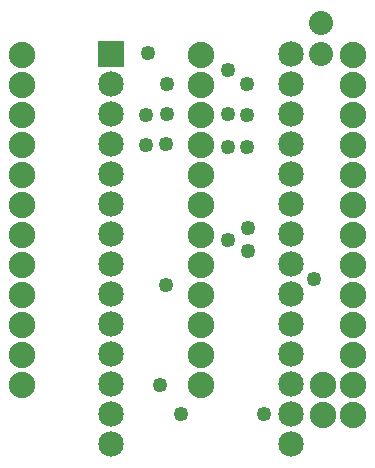
<source format=gbs>
G04 MADE WITH FRITZING*
G04 WWW.FRITZING.ORG*
G04 DOUBLE SIDED*
G04 HOLES PLATED*
G04 CONTOUR ON CENTER OF CONTOUR VECTOR*
%ASAXBY*%
%FSLAX23Y23*%
%MOIN*%
%OFA0B0*%
%SFA1.0B1.0*%
%ADD10C,0.049370*%
%ADD11C,0.088000*%
%ADD12C,0.085000*%
%ADD13C,0.080000*%
%ADD14R,0.085000X0.085000*%
%LNMASK0*%
G90*
G70*
G54D10*
X778Y635D03*
X778Y1104D03*
X781Y1206D03*
X781Y1304D03*
G54D11*
X297Y1400D03*
X297Y1300D03*
X297Y1200D03*
X297Y1100D03*
X297Y1000D03*
X297Y900D03*
X297Y800D03*
X297Y700D03*
X297Y600D03*
X297Y500D03*
X297Y400D03*
X297Y300D03*
X892Y1401D03*
X892Y1301D03*
X892Y1201D03*
X892Y1101D03*
X892Y1001D03*
X892Y901D03*
X892Y801D03*
X892Y701D03*
X892Y601D03*
X892Y501D03*
X892Y401D03*
X892Y301D03*
X1400Y1401D03*
X1400Y1301D03*
X1400Y1201D03*
X1400Y1101D03*
X1400Y1001D03*
X1400Y901D03*
X1400Y801D03*
X1400Y701D03*
X1400Y601D03*
X1400Y501D03*
X1400Y401D03*
G54D12*
X593Y1404D03*
X1193Y1404D03*
X593Y1304D03*
X1193Y1304D03*
X593Y1204D03*
X1193Y1204D03*
X593Y1104D03*
X1193Y1104D03*
X593Y1004D03*
X1193Y1004D03*
X593Y904D03*
X1193Y904D03*
X593Y804D03*
X1193Y804D03*
X593Y704D03*
X1193Y704D03*
X593Y604D03*
X1193Y604D03*
X593Y504D03*
X1193Y504D03*
X593Y404D03*
X1193Y404D03*
X593Y304D03*
X1193Y304D03*
X593Y204D03*
X1193Y204D03*
X593Y104D03*
X1193Y104D03*
G54D10*
X715Y1407D03*
X982Y1351D03*
X983Y1205D03*
X1045Y1304D03*
X1045Y1202D03*
X711Y1202D03*
X711Y1100D03*
X1269Y654D03*
X982Y1095D03*
X982Y784D03*
X1049Y749D03*
X1049Y824D03*
X1045Y1095D03*
G54D13*
X1293Y1406D03*
X1293Y1507D03*
G54D11*
X1301Y300D03*
X1301Y200D03*
X1301Y300D03*
X1301Y200D03*
X1401Y200D03*
X1401Y300D03*
G54D10*
X825Y206D03*
X758Y300D03*
X1104Y206D03*
G54D14*
X593Y1404D03*
G04 End of Mask0*
M02*
</source>
